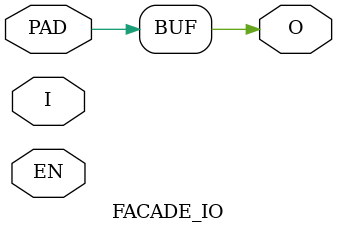
<source format=v>
module LUT4 #(
	parameter [15:0] INIT = 0
) (
	input A, B, C, D,
	output Z
);
	wire [3:0] I;
	wire [3:0] I_pd;

	genvar ii;
	generate
		for (ii = 0; ii < 4; ii = ii + 1'b1)
			assign I_pd[ii] = (I[ii] === 1'bz) ? 1'b0 : I[ii];
	endgenerate

	assign I = {D, C, B, A};
	assign Z = INIT[I_pd];
endmodule

module FACADE_FF #(
	parameter GSR = "ENABLED",
	parameter CEMUX = "1",
	parameter CLKMUX = "0",
	parameter LSRMUX = "LSR",
	parameter LSRONMUX = "LSRMUX",
	parameter SRMODE = "LSR_OVER_CE",
	parameter REGSET = "SET",
	parameter REGMODE = "FF"
) (
	input CLK, DI, LSR, CE,
	output reg Q
);

	wire muxce;
	generate
		case (CEMUX)
			"1": assign muxce = 1'b1;
			"0": assign muxce = 1'b0;
			"INV": assign muxce = ~CE;
			default: assign muxce = CE;
		endcase
	endgenerate

	wire muxlsr = (LSRMUX == "INV") ? ~LSR : LSR;
	wire muxlsron = (LSRONMUX == "LSRMUX") ? muxlsr : 1'b0;
	wire muxclk = (CLKMUX == "INV") ? ~CLK : CLK;
	wire srval = (REGSET == "SET") ? 1'b1 : 1'b0;

	initial Q = srval;

	generate
		if (REGMODE == "FF") begin
			if (SRMODE == "ASYNC") begin
				always @(posedge muxclk, posedge muxlsron)
					if (muxlsron)
						Q <= srval;
					else if (muxce)
						Q <= DI;
			end else begin
				always @(posedge muxclk)
					if (muxlsron)
						Q <= srval;
					else if (muxce)
						Q <= DI;
			end
		end else if (REGMODE == "LATCH") begin
			ERROR_UNSUPPORTED_FF_MODE error();
		end else begin
			ERROR_UNKNOWN_FF_MODE error();
		end
	endgenerate
endmodule

/* For consistency with ECP5; represents F0/F1 => OFX0 mux in a slice. */
module PFUMX (input ALUT, BLUT, C0, output Z);
	assign Z = C0 ? ALUT : BLUT;
endmodule

/* For consistency with ECP5; represents FXA/FXB => OFX1 mux in a slice. */
module L6MUX21 (input D0, D1, SD, output Z);
	assign Z = SD ? D1 : D0;
endmodule

/* For consistency, input order matches TRELLIS_SLICE even though the BELs in
prjtrellis were filled in clockwise order from bottom left. */
module FACADE_SLICE #(
	parameter MODE = "LOGIC",
	parameter GSR = "ENABLED",
	parameter SRMODE = "LSR_OVER_CE",
	parameter CEMUX = "1",
	parameter CLKMUX = "0",
	parameter LSRMUX = "LSR",
	parameter LSRONMUX = "LSRMUX",
	parameter LUT0_INITVAL = 16'hFFFF,
	parameter LUT1_INITVAL = 16'hFFFF,
	parameter REG0_SD = "1",
	parameter REG1_SD = "1",
	parameter REG0_REGSET = "SET",
	parameter REG1_REGSET = "SET",
	parameter REG0_REGMODE = "FF",
	parameter REG1_REGMODE = "FF",
	parameter CCU2_INJECT1_0 = "YES",
	parameter CCU2_INJECT1_1 = "YES",
	parameter WREMUX = "INV"
) (
	input A0, B0, C0, D0,
	input A1, B1, C1, D1,
	input M0, M1,
	input FCI, FXA, FXB,

	input CLK, LSR, CE,
	input DI0, DI1,

	input WD0, WD1,
	input WAD0, WAD1, WAD2, WAD3,
	input WRE, WCK,

	output F0, Q0,
	output F1, Q1,
	output FCO, OFX0, OFX1,

	output WDO0, WDO1, WDO2, WDO3,
	output WADO0, WADO1, WADO2, WADO3
);

	generate
		if (MODE == "LOGIC") begin
			L6MUX21 FXMUX (.D0(FXA), .D1(FXB), .SD(M1), .Z(OFX1));

			wire k0;
			wire k1;
			PFUMX K0K1MUX (.ALUT(k1), .BLUT(k0), .C0(M0), .Z(OFX1));

			LUT4 #(.INIT(LUT0_INITVAL)) LUT_0 (.A(A0), .B(B0), .C(C0), .D(D0), .Z(k0));
			LUT4 #(.INIT(LUT0_INITVAL)) LUT_1 (.A(A0), .B(B0), .C(C0), .D(D0), .Z(k1));

			assign F0 = k0;
			assign F1 = k1;
		end else if (MODE == "CCU2") begin
			ERROR_UNSUPPORTED_SLICE_MODE error();
		end else if (MODE == "DPRAM") begin
			ERROR_UNSUPPORTED_SLICE_MODE error();
		end else begin
			ERROR_UNKNOWN_SLICE_MODE error();
		end
	endgenerate

	/* Reg can be fed either by M, or DI inputs; DI inputs muxes OFX and F
	outputs (in other words, feeds back into FACADE_SLICE). */
	wire di0 = (REG0_SD == "1") ? M0 : DI0;
	wire di1 = (REG0_SD == "1") ? M1 : DI1;

	FACADE_FF#(.GSR(GSR), .CEMUX(CEMUX), .CLKMUX(CLKMUX), .LSRMUX(LSRMUX),
		.LSRONMUX(LSRONMUX), .SRMODE(SRMODE), .REGSET(REG0_REGSET),
		.REGMODE(REG0_REGMODE)) REG_0 (.CLK(CLK), .DI(di0), .LSR(LSR), .CE(CE), .Q(Q0));
	FACADE_FF#(.GSR(GSR), .CEMUX(CEMUX), .CLKMUX(CLKMUX), .LSRMUX(LSRMUX),
		.LSRONMUX(LSRONMUX), .SRMODE(SRMODE), .REGSET(REG1_REGSET),
		.REGMODE(REG1_REGMODE)) REG_1 (.CLK(CLK), .DI(di1), .LSR(LSR), .CE(CE), .Q(Q1));
endmodule

module FACADE_IO #(
	parameter DIR = "INPUT"
) (
	inout PAD,
	input I, EN,
	output O
);
	generate
		if (DIR == "INPUT") begin
			assign O = PAD;
		end else if (DIR == "OUTPUT") begin
			assign PAD = EN ? I : 1'bz;
		end else if (DIR == "BIDIR") begin
			assign PAD = EN ? I : 1'bz;
			assign O = PAD;
		end else begin
			ERROR_UNKNOWN_IO_MODE error();
		end
	endgenerate
endmodule

</source>
